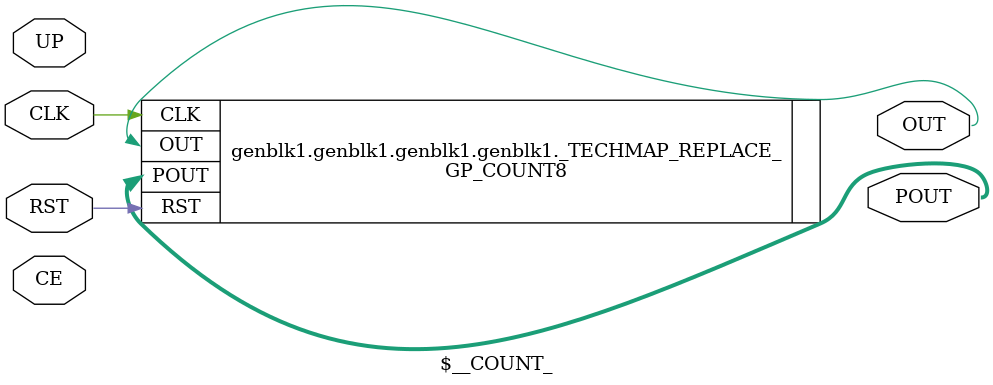
<source format=v>
module GP_DFFS(input D, CLK, nSET, output reg Q);
	parameter [0:0] INIT = 1'bx;
	GP_DFFSR #(
		.INIT(INIT),
		.SRMODE(1'b1),
	) _TECHMAP_REPLACE_ (
		.D(D),
		.CLK(CLK),
		.nSR(nSET),
		.Q(Q)
	);
endmodule

module GP_DFFR(input D, CLK, nRST, output reg Q);
	parameter [0:0] INIT = 1'bx;
	GP_DFFSR #(
		.INIT(INIT),
		.SRMODE(1'b0),
	) _TECHMAP_REPLACE_ (
		.D(D),
		.CLK(CLK),
		.nSR(nRST),
		.Q(Q)
	);
endmodule

module GP_DFFSI(input D, CLK, nSET, output reg nQ);
	parameter [0:0] INIT = 1'bx;
	GP_DFFSRI #(
		.INIT(INIT),
		.SRMODE(1'b1),
	) _TECHMAP_REPLACE_ (
		.D(D),
		.CLK(CLK),
		.nSR(nSET),
		.nQ(nQ)
	);
endmodule

module GP_DFFRI(input D, CLK, nRST, output reg nQ);
	parameter [0:0] INIT = 1'bx;
	GP_DFFSRI #(
		.INIT(INIT),
		.SRMODE(1'b0),
	) _TECHMAP_REPLACE_ (
		.D(D),
		.CLK(CLK),
		.nSR(nRST),
		.nQ(nQ)
	);
endmodule

module GP_DLATCHS(input D, nCLK, nSET, output reg Q);
	parameter [0:0] INIT = 1'bx;
	GP_DLATCHSR #(
		.INIT(INIT),
		.SRMODE(1'b1),
	) _TECHMAP_REPLACE_ (
		.D(D),
		.nCLK(nCLK),
		.nSR(nSET),
		.Q(Q)
	);
endmodule

module GP_DLATCHR(input D, nCLK, nRST, output reg Q);
	parameter [0:0] INIT = 1'bx;
	GP_DLATCHSR #(
		.INIT(INIT),
		.SRMODE(1'b0),
	) _TECHMAP_REPLACE_ (
		.D(D),
		.nCLK(nCLK),
		.nSR(nRST),
		.Q(Q)
	);
endmodule

module GP_DLATCHSI(input D, nCLK, nSET, output reg nQ);
	parameter [0:0] INIT = 1'bx;
	GP_DLATCHSRI #(
		.INIT(INIT),
		.SRMODE(1'b1),
	) _TECHMAP_REPLACE_ (
		.D(D),
		.nCLK(nCLK),
		.nSR(nSET),
		.nQ(nQ)
	);
endmodule

module GP_DLATCHRI(input D, nCLK, nRST, output reg nQ);
	parameter [0:0] INIT = 1'bx;
	GP_DLATCHSRI #(
		.INIT(INIT),
		.SRMODE(1'b0),
	) _TECHMAP_REPLACE_ (
		.D(D),
		.nCLK(nCLK),
		.nSR(nRST),
		.nQ(nQ)
	);
endmodule

module GP_OBUFT(input IN, input OE, output OUT);
	GP_IOBUF _TECHMAP_REPLACE_ (
		.IN(IN),
		.OE(OE),
		.IO(OUT),
		.OUT()
	);
endmodule

module \$lut (A, Y);
  parameter WIDTH = 0;
  parameter LUT = 0;

  input [WIDTH-1:0] A;
  output Y;

  generate
    if (WIDTH == 1) begin
		if(LUT == 2'b01) begin
			GP_INV _TECHMAP_REPLACE_ (.OUT(Y), .IN(A[0]) );
		end
		else begin
			GP_2LUT #(.INIT({2'b00, LUT})) _TECHMAP_REPLACE_ (.OUT(Y),
				.IN0(A[0]), .IN1(1'b0));
		end
    end else
    if (WIDTH == 2) begin
      GP_2LUT #(.INIT(LUT)) _TECHMAP_REPLACE_ (.OUT(Y),
      	.IN0(A[0]), .IN1(A[1]));
    end else
    if (WIDTH == 3) begin
      GP_3LUT #(.INIT(LUT)) _TECHMAP_REPLACE_ (.OUT(Y),
      	.IN0(A[0]), .IN1(A[1]), .IN2(A[2]));
    end else
    if (WIDTH == 4) begin
      GP_4LUT #(.INIT(LUT)) _TECHMAP_REPLACE_ (.OUT(Y),
      	.IN0(A[0]), .IN1(A[1]), .IN2(A[2]), .IN3(A[3]));
    end else begin
      wire _TECHMAP_FAIL_ = 1;
    end
  endgenerate
endmodule

module \$__COUNT_ (CE, CLK, OUT, POUT, RST, UP);

	input wire CE;
	input wire CLK;
	output reg OUT;
	output reg[WIDTH-1:0] POUT;
	input wire RST;
	input wire UP;

	parameter COUNT_TO = 1;
	parameter RESET_MODE = "RISING";
	parameter HAS_POUT = 0;
	parameter HAS_CE = 0;
	parameter WIDTH = 8;
	parameter DIRECTION = "DOWN";

	//If we have a CE, or DIRECTION other than DOWN fail... GP_COUNTx_ADV is not supported yet
	if(HAS_CE || (DIRECTION != "DOWN") ) begin
		initial begin
			$display("ERROR: \$__COUNT__ support for GP_COUNTx_ADV is not yet implemented. This counter should never have been extracted (bug in extract_counter pass?).");
			$finish;
		end
	end

	//If counter is more than 14 bits wide, complain (also shouldn't happen)
	else if(WIDTH > 14) begin
		initial begin
			$display("ERROR: \$__COUNT__ support for cascaded counters is not yet implemented. This counter should never have been extracted (bug in extract_counter pass?).");
			$finish;
		end
	end

	//If counter is more than 8 bits wide and has parallel output, we have a problem
	else if(WIDTH > 8 && HAS_POUT) begin
		initial begin
			$display("ERROR: \$__COUNT__ support for 9-14 bit counters with parallel output is not yet implemented. This counter should never have been extracted (bug in extract_counter pass?).");
			$finish;
		end
	end

	//Looks like a legal counter! Do something with it
	else if(WIDTH <= 8) begin
		GP_COUNT8 #(
			.COUNT_TO(COUNT_TO),
			.RESET_MODE(RESET_MODE),
			.CLKIN_DIVIDE(1)
		) _TECHMAP_REPLACE_ (
			.CLK(CLK),
			.RST(RST),
			.OUT(OUT),
			.POUT(POUT)
		);
	end

	else begin
		GP_COUNT14 #(
			.COUNT_TO(COUNT_TO),
			.RESET_MODE(RESET_MODE),
			.CLKIN_DIVIDE(1)
		) _TECHMAP_REPLACE_ (
			.CLK(CLK),
			.RST(RST),
			.OUT(OUT)
		);
	end

endmodule

</source>
